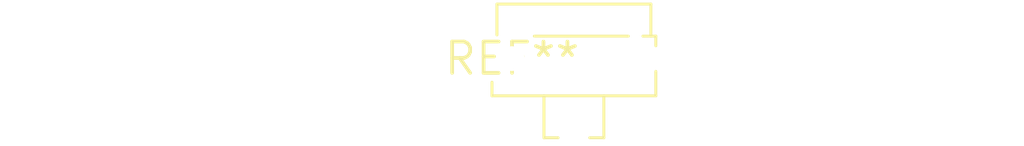
<source format=kicad_pcb>
(kicad_pcb (version 20240108) (generator pcbnew)
  (layers (0 "F.Cu" signal) (31 "B.Cu" signal) (34 "B.Paste" user) (35 "F.Paste" user) (36 "B.SilkS" user "B.Silkscreen") (37 "F.SilkS" user "F.Silkscreen") (38 "B.Mask" user) (39 "F.Mask" user) (44 "Edge.Cuts" user))
  (net 0 "")
  (footprint "Potentiometer_Runtron_RM-063_Horizontal" (layer "F.Cu") (at 0 0)
    (property "Reference" "REF**")
    (property "Value" "Potentiometer_Runtron_RM-063_Horizontal")
    (fp_line (start -0.81 0.96) (end -0.81 1.51) (layer "F.SilkS") (stroke (width 0.12)))
    (fp_line (start -0.81 1.51) (end 5.81 1.51) (layer "F.SilkS") (stroke (width 0.12)))
    (fp_line (start -0.61 -2.21) (end 5.61 -2.21) (layer "F.SilkS") (stroke (width 0.12)))
    (fp_line (start -0.61 -0.96) (end -0.61 -2.2) (layer "F.SilkS") (stroke (width 0.12)))
    (fp_line (start 0.9 -0.91) (end 4.7 -0.91) (layer "F.SilkS") (stroke (width 0.12)))
    (fp_line (start 1.29 1.51) (end 1.29 3.21) (layer "F.SilkS") (stroke (width 0.12)))
    (fp_line (start 1.29 3.21) (end 1.86 3.21) (layer "F.SilkS") (stroke (width 0.12)))
    (fp_line (start 3.14 3.21) (end 3.71 3.21) (layer "F.SilkS") (stroke (width 0.12)))
    (fp_line (start 3.71 1.51) (end 3.71 3.21) (layer "F.SilkS") (stroke (width 0.12)))
    (fp_line (start 5.29 -0.91) (end 5.81 -0.91) (layer "F.SilkS") (stroke (width 0.12)))
    (fp_line (start 5.61 -2.21) (end 5.61 -0.91) (layer "F.SilkS") (stroke (width 0.12)))
    (fp_line (start 5.81 -0.91) (end 5.81 -0.52) (layer "F.SilkS") (stroke (width 0.12)))
    (fp_line (start 5.81 1.51) (end 5.81 0.52) (layer "F.SilkS") (stroke (width 0.12)))
    (pad "1" thru_hole rect (at 0 0) (size 1.55 1.55) (drill 1) (layers *.Cu *.Mask) (remove_unused_layers))
    (pad "2" thru_hole circle (at 2.5 2.5) (size 1.55 1.55) (drill 1) (layers *.Cu *.Mask) (remove_unused_layers))
    (pad "3" thru_hole circle (at 5 0) (size 1.55 1.55) (drill 1) (layers *.Cu *.Mask) (remove_unused_layers))
  )
)
</source>
